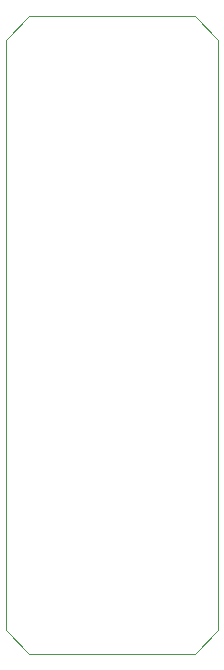
<source format=gbr>
G04 #@! TF.GenerationSoftware,KiCad,Pcbnew,5.1.5-52549c5~84~ubuntu18.04.1*
G04 #@! TF.CreationDate,2020-01-13T22:36:15-08:00*
G04 #@! TF.ProjectId,somos_wristband_1.0,736f6d6f-735f-4777-9269-737462616e64,rev?*
G04 #@! TF.SameCoordinates,Original*
G04 #@! TF.FileFunction,Profile,NP*
%FSLAX46Y46*%
G04 Gerber Fmt 4.6, Leading zero omitted, Abs format (unit mm)*
G04 Created by KiCad (PCBNEW 5.1.5-52549c5~84~ubuntu18.04.1) date 2020-01-13 22:36:15*
%MOMM*%
%LPD*%
G04 APERTURE LIST*
%ADD10C,0.050000*%
G04 APERTURE END LIST*
D10*
X141000000Y-128000000D02*
X143000000Y-130000000D01*
X141000000Y-78000000D02*
X141000000Y-128000000D01*
X143000000Y-76000000D02*
X141000000Y-78000000D01*
X157000000Y-76000000D02*
X143000000Y-76000000D01*
X159000000Y-78000000D02*
X157000000Y-76000000D01*
X159000000Y-128000000D02*
X159000000Y-78000000D01*
X157000000Y-130000000D02*
X159000000Y-128000000D01*
X143000000Y-130000000D02*
X157000000Y-130000000D01*
M02*

</source>
